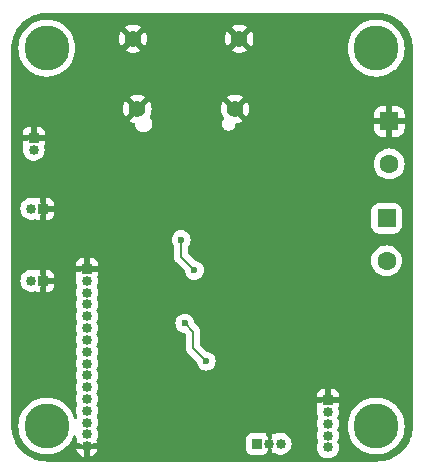
<source format=gbr>
%TF.GenerationSoftware,KiCad,Pcbnew,7.0.1*%
%TF.CreationDate,2024-01-29T14:24:06+02:00*%
%TF.ProjectId,Temp_meter_1.1,54656d70-5f6d-4657-9465-725f312e312e,rev?*%
%TF.SameCoordinates,Original*%
%TF.FileFunction,Copper,L2,Bot*%
%TF.FilePolarity,Positive*%
%FSLAX46Y46*%
G04 Gerber Fmt 4.6, Leading zero omitted, Abs format (unit mm)*
G04 Created by KiCad (PCBNEW 7.0.1) date 2024-01-29 14:24:06*
%MOMM*%
%LPD*%
G01*
G04 APERTURE LIST*
G04 Aperture macros list*
%AMRoundRect*
0 Rectangle with rounded corners*
0 $1 Rounding radius*
0 $2 $3 $4 $5 $6 $7 $8 $9 X,Y pos of 4 corners*
0 Add a 4 corners polygon primitive as box body*
4,1,4,$2,$3,$4,$5,$6,$7,$8,$9,$2,$3,0*
0 Add four circle primitives for the rounded corners*
1,1,$1+$1,$2,$3*
1,1,$1+$1,$4,$5*
1,1,$1+$1,$6,$7*
1,1,$1+$1,$8,$9*
0 Add four rect primitives between the rounded corners*
20,1,$1+$1,$2,$3,$4,$5,0*
20,1,$1+$1,$4,$5,$6,$7,0*
20,1,$1+$1,$6,$7,$8,$9,0*
20,1,$1+$1,$8,$9,$2,$3,0*%
G04 Aperture macros list end*
%TA.AperFunction,ComponentPad*%
%ADD10C,3.800000*%
%TD*%
%TA.AperFunction,ComponentPad*%
%ADD11R,0.850000X0.850000*%
%TD*%
%TA.AperFunction,ComponentPad*%
%ADD12O,0.850000X0.850000*%
%TD*%
%TA.AperFunction,ComponentPad*%
%ADD13RoundRect,0.250000X-0.550000X0.550000X-0.550000X-0.550000X0.550000X-0.550000X0.550000X0.550000X0*%
%TD*%
%TA.AperFunction,ComponentPad*%
%ADD14C,1.600000*%
%TD*%
%TA.AperFunction,ComponentPad*%
%ADD15C,1.400000*%
%TD*%
%TA.AperFunction,ViaPad*%
%ADD16C,0.800000*%
%TD*%
%TA.AperFunction,ViaPad*%
%ADD17C,0.600000*%
%TD*%
%TA.AperFunction,Conductor*%
%ADD18C,0.200000*%
%TD*%
G04 APERTURE END LIST*
D10*
%TO.P,H4,1*%
%TO.N,N/C*%
X117900000Y-76000000D03*
%TD*%
D11*
%TO.P,J2,1,Pin_1*%
%TO.N,GND*%
X113800000Y-73800000D03*
D12*
%TO.P,J2,2,Pin_2*%
%TO.N,+3.3V*%
X113800000Y-74800000D03*
%TO.P,J2,3,Pin_3*%
%TO.N,Switch*%
X113800000Y-75800000D03*
%TO.P,J2,4,Pin_4*%
%TO.N,Out_B*%
X113800000Y-76800000D03*
%TO.P,J2,5,Pin_5*%
%TO.N,Out_A*%
X113800000Y-77800000D03*
%TD*%
D11*
%TO.P,D1,1,K*%
%TO.N,GND*%
X89700000Y-57600000D03*
D12*
%TO.P,D1,2,A*%
%TO.N,Net-(D1-A)*%
X88700000Y-57600000D03*
%TD*%
D13*
%TO.P,J1,1,Pin_1*%
%TO.N,GND*%
X119000000Y-50200000D03*
D14*
%TO.P,J1,2,Pin_2*%
%TO.N,Net-(J1-Pin_2)*%
X119000000Y-53800000D03*
%TD*%
D13*
%TO.P,J3,1,Pin_1*%
%TO.N,RTD-*%
X118775000Y-58400000D03*
D14*
%TO.P,J3,2,Pin_2*%
%TO.N,RTD+*%
X118775000Y-62000000D03*
%TD*%
D11*
%TO.P,LCD1,1,Vss*%
%TO.N,GND*%
X93400000Y-62700000D03*
D12*
%TO.P,LCD1,2,Vdd*%
%TO.N,+5V*%
X93400000Y-63700000D03*
%TO.P,LCD1,3,V0*%
%TO.N,Net-(LCD1-V0)*%
X93400000Y-64700000D03*
%TO.P,LCD1,4,RS*%
%TO.N,RS*%
X93400000Y-65700000D03*
%TO.P,LCD1,5,R/W*%
%TO.N,R{slash}W*%
X93400000Y-66700000D03*
%TO.P,LCD1,6,E*%
%TO.N,E*%
X93400000Y-67700000D03*
%TO.P,LCD1,7,DB0*%
%TO.N,DB0*%
X93400000Y-68700000D03*
%TO.P,LCD1,8,DB1*%
%TO.N,DB1*%
X93400000Y-69700000D03*
%TO.P,LCD1,9,DB2*%
%TO.N,DB2*%
X93400000Y-70700000D03*
%TO.P,LCD1,10,DB3*%
%TO.N,DB3*%
X93400000Y-71700000D03*
%TO.P,LCD1,11,DB4*%
%TO.N,DB4*%
X93400000Y-72700000D03*
%TO.P,LCD1,12,DB5*%
%TO.N,DB5*%
X93400000Y-73700000D03*
%TO.P,LCD1,13,DB6*%
%TO.N,DB6*%
X93400000Y-74700000D03*
%TO.P,LCD1,14,DB7*%
%TO.N,DB7*%
X93400000Y-75700000D03*
%TO.P,LCD1,15,LED+*%
%TO.N,+5V*%
X93400000Y-76700000D03*
%TO.P,LCD1,16,LED-*%
%TO.N,GND*%
X93400000Y-77700000D03*
%TD*%
D15*
%TO.P,P1,S1,SHIELD*%
%TO.N,GND*%
X106300000Y-43200000D03*
X105940000Y-49150000D03*
X97680000Y-49150000D03*
X97320000Y-43200000D03*
%TD*%
D11*
%TO.P,SW1,1*%
%TO.N,GND*%
X88900000Y-51600000D03*
D12*
%TO.P,SW1,2*%
%TO.N,Net-(R8-Pad2)*%
X88900000Y-52600000D03*
%TD*%
D10*
%TO.P,H1,1*%
%TO.N,N/C*%
X117900000Y-44000000D03*
%TD*%
%TO.P,H2,1*%
%TO.N,N/C*%
X90000000Y-76000000D03*
%TD*%
D11*
%TO.P,J4,1,Pin_1*%
%TO.N,Net-(J4-Pin_1)*%
X107800000Y-77500000D03*
D12*
%TO.P,J4,2,Pin_2*%
%TO.N,GND*%
X108800000Y-77500000D03*
%TO.P,J4,3,Pin_3*%
%TO.N,Net-(J4-Pin_3)*%
X109800000Y-77500000D03*
%TD*%
D10*
%TO.P,H3,1*%
%TO.N,N/C*%
X90000000Y-44000000D03*
%TD*%
D11*
%TO.P,D2,1,K*%
%TO.N,GND*%
X89700000Y-63700000D03*
D12*
%TO.P,D2,2,A*%
%TO.N,Net-(D2-A)*%
X88700000Y-63700000D03*
%TD*%
D16*
%TO.N,GND*%
X99100000Y-48400000D03*
X102000000Y-58000000D03*
X103100000Y-72100000D03*
X97600000Y-72800000D03*
X110800000Y-51700000D03*
X108400000Y-62000000D03*
X104800000Y-72900000D03*
X103600000Y-74600000D03*
X113300000Y-66500000D03*
X99700000Y-70200000D03*
X101000000Y-58000000D03*
X100700000Y-66300000D03*
X95500000Y-51900000D03*
X109300000Y-47700000D03*
X89000000Y-71500000D03*
X105600000Y-58200000D03*
X111100000Y-64300000D03*
X100400079Y-56879976D03*
X102900000Y-64100000D03*
X92600000Y-47300000D03*
X113900000Y-70600000D03*
X110500000Y-61900000D03*
X114600000Y-55100000D03*
X93600000Y-58800000D03*
X96226500Y-61500000D03*
X108600000Y-51900000D03*
X102650000Y-76050000D03*
X106300000Y-51173500D03*
X97000000Y-50600000D03*
X115300000Y-56600000D03*
X108000000Y-67500000D03*
X111100000Y-66500000D03*
X114600000Y-52100000D03*
X112210000Y-65400000D03*
X112400000Y-70600000D03*
X101800000Y-65200000D03*
X98700000Y-71500000D03*
X100700000Y-64100000D03*
X102900000Y-66300000D03*
X104700000Y-48200000D03*
X109100000Y-67500000D03*
X96073500Y-67400000D03*
X114400000Y-62226500D03*
X109300000Y-68800000D03*
X106600000Y-58200000D03*
X113300000Y-64300000D03*
X109005046Y-55720202D03*
X104600000Y-58200000D03*
D17*
%TO.N,+1V1*%
X103500000Y-70500000D03*
X101377708Y-60222292D03*
X101700000Y-67300000D03*
X102500000Y-62804132D03*
%TD*%
D18*
%TO.N,+1V1*%
X102400000Y-69400000D02*
X102400000Y-68000000D01*
X102400000Y-68000000D02*
X101700000Y-67300000D01*
X101377708Y-61681840D02*
X102500000Y-62804132D01*
X103500000Y-70500000D02*
X102400000Y-69400000D01*
X101377708Y-60222292D02*
X101377708Y-61681840D01*
%TD*%
%TA.AperFunction,Conductor*%
%TO.N,GND*%
G36*
X118003243Y-41000669D02*
G01*
X118133379Y-41007490D01*
X118313908Y-41017628D01*
X118326309Y-41018955D01*
X118474990Y-41042504D01*
X118476245Y-41042709D01*
X118635324Y-41069738D01*
X118646606Y-41072202D01*
X118795635Y-41112134D01*
X118797761Y-41112725D01*
X118949174Y-41156347D01*
X118959260Y-41159729D01*
X119104710Y-41215562D01*
X119107599Y-41216714D01*
X119251768Y-41276430D01*
X119260594Y-41280500D01*
X119400064Y-41351565D01*
X119403748Y-41353521D01*
X119493848Y-41403316D01*
X119539548Y-41428574D01*
X119547061Y-41433081D01*
X119678754Y-41518604D01*
X119682947Y-41521452D01*
X119809147Y-41610996D01*
X119815426Y-41615757D01*
X119934862Y-41712475D01*
X119937567Y-41714665D01*
X119942158Y-41718571D01*
X120057424Y-41821579D01*
X120062478Y-41826358D01*
X120173640Y-41937520D01*
X120178419Y-41942574D01*
X120281427Y-42057840D01*
X120285333Y-42062431D01*
X120384239Y-42184570D01*
X120389002Y-42190851D01*
X120478546Y-42317051D01*
X120481409Y-42321266D01*
X120566907Y-42452921D01*
X120571430Y-42460460D01*
X120646477Y-42596250D01*
X120648433Y-42599934D01*
X120719498Y-42739404D01*
X120723575Y-42748247D01*
X120783259Y-42892337D01*
X120784462Y-42895353D01*
X120840265Y-43040727D01*
X120843655Y-43050836D01*
X120887258Y-43202185D01*
X120887879Y-43204419D01*
X120927791Y-43353370D01*
X120930264Y-43364694D01*
X120957282Y-43523715D01*
X120957507Y-43525087D01*
X120981040Y-43673666D01*
X120982372Y-43686111D01*
X120992498Y-43866421D01*
X120992523Y-43866884D01*
X120999330Y-43996757D01*
X120999500Y-44003247D01*
X120999500Y-75996753D01*
X120999330Y-76003243D01*
X120992523Y-76133114D01*
X120992498Y-76133577D01*
X120982372Y-76313887D01*
X120981040Y-76326332D01*
X120957507Y-76474911D01*
X120957282Y-76476283D01*
X120930264Y-76635304D01*
X120927791Y-76646628D01*
X120887879Y-76795579D01*
X120887258Y-76797813D01*
X120843655Y-76949162D01*
X120840265Y-76959271D01*
X120784462Y-77104645D01*
X120783259Y-77107661D01*
X120723575Y-77251751D01*
X120719498Y-77260594D01*
X120648433Y-77400064D01*
X120646477Y-77403748D01*
X120571430Y-77539538D01*
X120566897Y-77547094D01*
X120481412Y-77678728D01*
X120478546Y-77682947D01*
X120389002Y-77809147D01*
X120384239Y-77815428D01*
X120285333Y-77937567D01*
X120281427Y-77942158D01*
X120178419Y-78057424D01*
X120173640Y-78062478D01*
X120062478Y-78173640D01*
X120057424Y-78178419D01*
X119942158Y-78281427D01*
X119937567Y-78285333D01*
X119815428Y-78384239D01*
X119809147Y-78389002D01*
X119682947Y-78478546D01*
X119678728Y-78481412D01*
X119547094Y-78566897D01*
X119539538Y-78571430D01*
X119403748Y-78646477D01*
X119400064Y-78648433D01*
X119260594Y-78719498D01*
X119251751Y-78723575D01*
X119107661Y-78783259D01*
X119104645Y-78784462D01*
X118959271Y-78840265D01*
X118949162Y-78843655D01*
X118797813Y-78887258D01*
X118795579Y-78887879D01*
X118646628Y-78927791D01*
X118635304Y-78930264D01*
X118476283Y-78957282D01*
X118474911Y-78957507D01*
X118326332Y-78981040D01*
X118313887Y-78982372D01*
X118133577Y-78992498D01*
X118133114Y-78992523D01*
X118003243Y-78999330D01*
X117996753Y-78999500D01*
X90003247Y-78999500D01*
X89996757Y-78999330D01*
X89866884Y-78992523D01*
X89866421Y-78992498D01*
X89686111Y-78982372D01*
X89673666Y-78981040D01*
X89525087Y-78957507D01*
X89523715Y-78957282D01*
X89364694Y-78930264D01*
X89353370Y-78927791D01*
X89204419Y-78887879D01*
X89202185Y-78887258D01*
X89050836Y-78843655D01*
X89040727Y-78840265D01*
X88895353Y-78784462D01*
X88892337Y-78783259D01*
X88748247Y-78723575D01*
X88739404Y-78719498D01*
X88599934Y-78648433D01*
X88596250Y-78646477D01*
X88460460Y-78571430D01*
X88452921Y-78566907D01*
X88321266Y-78481409D01*
X88317051Y-78478546D01*
X88190851Y-78389002D01*
X88184570Y-78384239D01*
X88062431Y-78285333D01*
X88057840Y-78281427D01*
X87942574Y-78178419D01*
X87937520Y-78173640D01*
X87826358Y-78062478D01*
X87821579Y-78057424D01*
X87718571Y-77942158D01*
X87714665Y-77937567D01*
X87615759Y-77815428D01*
X87610996Y-77809147D01*
X87521452Y-77682947D01*
X87518604Y-77678754D01*
X87433081Y-77547061D01*
X87428568Y-77539538D01*
X87353521Y-77403748D01*
X87351565Y-77400064D01*
X87280500Y-77260594D01*
X87276430Y-77251768D01*
X87216714Y-77107599D01*
X87215562Y-77104710D01*
X87159729Y-76959260D01*
X87156347Y-76949174D01*
X87112725Y-76797761D01*
X87112134Y-76795635D01*
X87072202Y-76646606D01*
X87069738Y-76635324D01*
X87042709Y-76476245D01*
X87042491Y-76474911D01*
X87018955Y-76326309D01*
X87017628Y-76313908D01*
X87007485Y-76133285D01*
X87007476Y-76133114D01*
X87000669Y-76003243D01*
X87000584Y-75999999D01*
X87594753Y-75999999D01*
X87613719Y-76301452D01*
X87670319Y-76598163D01*
X87763658Y-76885428D01*
X87892268Y-77158739D01*
X87986052Y-77306518D01*
X88054115Y-77413768D01*
X88206450Y-77597909D01*
X88246650Y-77646503D01*
X88466839Y-77853276D01*
X88711204Y-78030816D01*
X88810110Y-78085190D01*
X88975896Y-78176332D01*
X89109080Y-78229063D01*
X89256737Y-78287525D01*
X89328386Y-78305921D01*
X89549302Y-78362642D01*
X89775302Y-78391193D01*
X89848972Y-78400500D01*
X89848973Y-78400500D01*
X90151027Y-78400500D01*
X90151028Y-78400500D01*
X90214154Y-78392525D01*
X90450698Y-78362642D01*
X90743262Y-78287525D01*
X91024104Y-78176332D01*
X91288795Y-78030816D01*
X91368553Y-77972869D01*
X91400030Y-77950000D01*
X92508628Y-77950000D01*
X92550315Y-78078304D01*
X92647536Y-78246696D01*
X92777643Y-78391193D01*
X92934952Y-78505486D01*
X93112586Y-78584572D01*
X93150000Y-78592525D01*
X93150000Y-77950000D01*
X93650000Y-77950000D01*
X93650000Y-78592525D01*
X93687413Y-78584572D01*
X93865047Y-78505486D01*
X94022356Y-78391193D01*
X94152463Y-78246696D01*
X94249684Y-78078304D01*
X94283942Y-77972869D01*
X106874500Y-77972869D01*
X106880909Y-78032484D01*
X106890211Y-78057424D01*
X106931204Y-78167331D01*
X107017454Y-78282546D01*
X107132669Y-78368796D01*
X107267517Y-78419091D01*
X107327127Y-78425500D01*
X108272872Y-78425499D01*
X108332483Y-78419091D01*
X108425198Y-78384510D01*
X108472371Y-78376752D01*
X108499598Y-78382982D01*
X108499837Y-78381863D01*
X108550000Y-78392525D01*
X108550000Y-78367294D01*
X108556346Y-78328135D01*
X108574733Y-78292983D01*
X108622583Y-78229063D01*
X108668796Y-78167331D01*
X108719091Y-78032483D01*
X108725500Y-77972873D01*
X108725499Y-77952687D01*
X108742110Y-77890689D01*
X108787497Y-77845300D01*
X108849497Y-77828686D01*
X108911498Y-77845298D01*
X108956886Y-77890686D01*
X109033387Y-78023190D01*
X109050000Y-78085190D01*
X109050000Y-78392525D01*
X109087413Y-78384572D01*
X109248950Y-78312652D01*
X109299385Y-78301932D01*
X109349817Y-78312652D01*
X109493789Y-78376752D01*
X109512429Y-78385051D01*
X109702724Y-78425500D01*
X109702726Y-78425500D01*
X109897274Y-78425500D01*
X109897276Y-78425500D01*
X110087568Y-78385052D01*
X110087569Y-78385051D01*
X110087571Y-78385051D01*
X110265299Y-78305922D01*
X110422692Y-78191569D01*
X110552870Y-78046992D01*
X110650144Y-77878508D01*
X110675653Y-77800000D01*
X112869402Y-77800000D01*
X112889738Y-77993482D01*
X112889739Y-77993485D01*
X112949855Y-78178507D01*
X113047129Y-78346992D01*
X113177308Y-78491570D01*
X113334699Y-78605921D01*
X113512431Y-78685052D01*
X113702724Y-78725500D01*
X113702726Y-78725500D01*
X113897274Y-78725500D01*
X113897276Y-78725500D01*
X114087568Y-78685052D01*
X114087569Y-78685051D01*
X114087571Y-78685051D01*
X114265299Y-78605922D01*
X114343995Y-78548745D01*
X114422691Y-78491570D01*
X114487953Y-78419090D01*
X114552870Y-78346992D01*
X114650144Y-78178508D01*
X114710262Y-77993482D01*
X114730598Y-77800000D01*
X114710262Y-77606518D01*
X114650144Y-77421492D01*
X114615795Y-77361999D01*
X114599183Y-77300000D01*
X114615795Y-77238000D01*
X114650144Y-77178508D01*
X114710262Y-76993482D01*
X114730598Y-76800000D01*
X114710262Y-76606518D01*
X114650144Y-76421492D01*
X114650143Y-76421491D01*
X114615796Y-76361999D01*
X114599183Y-76299998D01*
X114615797Y-76237998D01*
X114650144Y-76178508D01*
X114664743Y-76133577D01*
X114708145Y-75999999D01*
X115494753Y-75999999D01*
X115513719Y-76301452D01*
X115570319Y-76598163D01*
X115663658Y-76885428D01*
X115792268Y-77158739D01*
X115886052Y-77306518D01*
X115954115Y-77413768D01*
X116106450Y-77597909D01*
X116146650Y-77646503D01*
X116366839Y-77853276D01*
X116611204Y-78030816D01*
X116710110Y-78085190D01*
X116875896Y-78176332D01*
X117009080Y-78229063D01*
X117156737Y-78287525D01*
X117228386Y-78305921D01*
X117449302Y-78362642D01*
X117675302Y-78391193D01*
X117748972Y-78400500D01*
X117748973Y-78400500D01*
X118051027Y-78400500D01*
X118051028Y-78400500D01*
X118114154Y-78392525D01*
X118350698Y-78362642D01*
X118643262Y-78287525D01*
X118924104Y-78176332D01*
X119188795Y-78030816D01*
X119268553Y-77972869D01*
X119433160Y-77853276D01*
X119489893Y-77800000D01*
X119653349Y-77646504D01*
X119845885Y-77413768D01*
X120007733Y-77158736D01*
X120136341Y-76885430D01*
X120229681Y-76598160D01*
X120286280Y-76301457D01*
X120305246Y-76000000D01*
X120286280Y-75698543D01*
X120229681Y-75401840D01*
X120136341Y-75114570D01*
X120007733Y-74841264D01*
X120007732Y-74841263D01*
X120007731Y-74841260D01*
X119918084Y-74700000D01*
X119845885Y-74586232D01*
X119653349Y-74353496D01*
X119630860Y-74332377D01*
X119433160Y-74146723D01*
X119188795Y-73969183D01*
X118924102Y-73823667D01*
X118643262Y-73712474D01*
X118350700Y-73637358D01*
X118051028Y-73599500D01*
X118051027Y-73599500D01*
X117748973Y-73599500D01*
X117748972Y-73599500D01*
X117449299Y-73637358D01*
X117156737Y-73712474D01*
X116875897Y-73823667D01*
X116611204Y-73969183D01*
X116366839Y-74146723D01*
X116146650Y-74353496D01*
X115954114Y-74586233D01*
X115792268Y-74841260D01*
X115663658Y-75114571D01*
X115570319Y-75401836D01*
X115513719Y-75698547D01*
X115494753Y-75999999D01*
X114708145Y-75999999D01*
X114710262Y-75993482D01*
X114730598Y-75800000D01*
X114710262Y-75606518D01*
X114650144Y-75421492D01*
X114615796Y-75361999D01*
X114599183Y-75299998D01*
X114615797Y-75237998D01*
X114650144Y-75178508D01*
X114670918Y-75114571D01*
X114710262Y-74993482D01*
X114730598Y-74800000D01*
X114710262Y-74606518D01*
X114679902Y-74513081D01*
X114673862Y-74472108D01*
X114681652Y-74431430D01*
X114718597Y-74332375D01*
X114725000Y-74272824D01*
X114725000Y-74050000D01*
X114382559Y-74050000D01*
X114344241Y-74043931D01*
X114309674Y-74026318D01*
X114265300Y-73994078D01*
X114087568Y-73914947D01*
X113897276Y-73874500D01*
X113897274Y-73874500D01*
X113702726Y-73874500D01*
X113702724Y-73874500D01*
X113512431Y-73914947D01*
X113334699Y-73994078D01*
X113290326Y-74026318D01*
X113255759Y-74043931D01*
X113217441Y-74050000D01*
X112875000Y-74050000D01*
X112875000Y-74272824D01*
X112881402Y-74332377D01*
X112918347Y-74431431D01*
X112926137Y-74472108D01*
X112920097Y-74513081D01*
X112889738Y-74606518D01*
X112879913Y-74700000D01*
X112869402Y-74800000D01*
X112889738Y-74993482D01*
X112889739Y-74993485D01*
X112949855Y-75178507D01*
X112984203Y-75237999D01*
X113000816Y-75299998D01*
X112984204Y-75361998D01*
X112949854Y-75421493D01*
X112889739Y-75606514D01*
X112889738Y-75606518D01*
X112869402Y-75800000D01*
X112889738Y-75993482D01*
X112889739Y-75993485D01*
X112949855Y-76178507D01*
X112984203Y-76238000D01*
X113000816Y-76300000D01*
X112984203Y-76362000D01*
X112949855Y-76421492D01*
X112889739Y-76606514D01*
X112889738Y-76606518D01*
X112869402Y-76800000D01*
X112889738Y-76993482D01*
X112889739Y-76993485D01*
X112949855Y-77178507D01*
X112984203Y-77238000D01*
X113000816Y-77300000D01*
X112984203Y-77362000D01*
X112949855Y-77421492D01*
X112889739Y-77606514D01*
X112889738Y-77606518D01*
X112869402Y-77800000D01*
X110675653Y-77800000D01*
X110710262Y-77693482D01*
X110730598Y-77500000D01*
X110710262Y-77306518D01*
X110650144Y-77121492D01*
X110625327Y-77078507D01*
X110552870Y-76953007D01*
X110422691Y-76808429D01*
X110265300Y-76694078D01*
X110087568Y-76614947D01*
X109897276Y-76574500D01*
X109897274Y-76574500D01*
X109702726Y-76574500D01*
X109702724Y-76574500D01*
X109512431Y-76614947D01*
X109349820Y-76687346D01*
X109299385Y-76698066D01*
X109248951Y-76687346D01*
X109087415Y-76615427D01*
X109050000Y-76607474D01*
X109050000Y-76914810D01*
X109033387Y-76976810D01*
X108956886Y-77109314D01*
X108911499Y-77154701D01*
X108849499Y-77171314D01*
X108787499Y-77154701D01*
X108742112Y-77109314D01*
X108725499Y-77047314D01*
X108725499Y-77027130D01*
X108721882Y-76993482D01*
X108719091Y-76967517D01*
X108668796Y-76832669D01*
X108582546Y-76717454D01*
X108574733Y-76707017D01*
X108556346Y-76671865D01*
X108550000Y-76632706D01*
X108550000Y-76607473D01*
X108499837Y-76618136D01*
X108499599Y-76617017D01*
X108472358Y-76623247D01*
X108425196Y-76615488D01*
X108332485Y-76580909D01*
X108312612Y-76578772D01*
X108272873Y-76574500D01*
X108272869Y-76574500D01*
X107327130Y-76574500D01*
X107267515Y-76580909D01*
X107132669Y-76631204D01*
X107017454Y-76717454D01*
X106931204Y-76832668D01*
X106880909Y-76967516D01*
X106874500Y-77027130D01*
X106874500Y-77972869D01*
X94283942Y-77972869D01*
X94291372Y-77950000D01*
X93650000Y-77950000D01*
X93150000Y-77950000D01*
X92508628Y-77950000D01*
X91400030Y-77950000D01*
X91533160Y-77853276D01*
X91589893Y-77800000D01*
X91753349Y-77646504D01*
X91945885Y-77413768D01*
X92107733Y-77158736D01*
X92236341Y-76885430D01*
X92246892Y-76852956D01*
X92283798Y-76797407D01*
X92344143Y-76769011D01*
X92410469Y-76775981D01*
X92463592Y-76816303D01*
X92488143Y-76878309D01*
X92489738Y-76893482D01*
X92489739Y-76893485D01*
X92549855Y-77078507D01*
X92584492Y-77138500D01*
X92601105Y-77200500D01*
X92584492Y-77262500D01*
X92550315Y-77321695D01*
X92508627Y-77449999D01*
X92508628Y-77450000D01*
X92817441Y-77450000D01*
X92855759Y-77456069D01*
X92890326Y-77473682D01*
X92934699Y-77505921D01*
X93112431Y-77585052D01*
X93302724Y-77625500D01*
X93302726Y-77625500D01*
X93497274Y-77625500D01*
X93497276Y-77625500D01*
X93687568Y-77585052D01*
X93687569Y-77585051D01*
X93687571Y-77585051D01*
X93865299Y-77505922D01*
X93883133Y-77492964D01*
X93909674Y-77473682D01*
X93944241Y-77456069D01*
X93982559Y-77450000D01*
X94291372Y-77450000D01*
X94291372Y-77449999D01*
X94249685Y-77321698D01*
X94215507Y-77262501D01*
X94198894Y-77200500D01*
X94215508Y-77138499D01*
X94233313Y-77107661D01*
X94250144Y-77078508D01*
X94310262Y-76893482D01*
X94330598Y-76700000D01*
X94310262Y-76506518D01*
X94250144Y-76321492D01*
X94215795Y-76261999D01*
X94199183Y-76200000D01*
X94215795Y-76138000D01*
X94250144Y-76078508D01*
X94310262Y-75893482D01*
X94330598Y-75700000D01*
X94310262Y-75506518D01*
X94250144Y-75321492D01*
X94215795Y-75261998D01*
X94199183Y-75200000D01*
X94215795Y-75138000D01*
X94250144Y-75078508D01*
X94310262Y-74893482D01*
X94330598Y-74700000D01*
X94310262Y-74506518D01*
X94250144Y-74321492D01*
X94222046Y-74272824D01*
X94215796Y-74261999D01*
X94199183Y-74199998D01*
X94215797Y-74137998D01*
X94250144Y-74078508D01*
X94259407Y-74050000D01*
X94310262Y-73893482D01*
X94330598Y-73700000D01*
X94314832Y-73550000D01*
X112875000Y-73550000D01*
X113550000Y-73550000D01*
X113550000Y-72875000D01*
X114050000Y-72875000D01*
X114050000Y-73550000D01*
X114725000Y-73550000D01*
X114725000Y-73327176D01*
X114718597Y-73267624D01*
X114668352Y-73132910D01*
X114582188Y-73017811D01*
X114467089Y-72931647D01*
X114332375Y-72881402D01*
X114272824Y-72875000D01*
X114050000Y-72875000D01*
X113550000Y-72875000D01*
X113327176Y-72875000D01*
X113267624Y-72881402D01*
X113132910Y-72931647D01*
X113017811Y-73017811D01*
X112931647Y-73132910D01*
X112881402Y-73267624D01*
X112875000Y-73327176D01*
X112875000Y-73550000D01*
X94314832Y-73550000D01*
X94310262Y-73506518D01*
X94250144Y-73321492D01*
X94215795Y-73261999D01*
X94199183Y-73200000D01*
X94215795Y-73138000D01*
X94250144Y-73078508D01*
X94310262Y-72893482D01*
X94330598Y-72700000D01*
X94310262Y-72506518D01*
X94250144Y-72321492D01*
X94215796Y-72261999D01*
X94199183Y-72199998D01*
X94215797Y-72137998D01*
X94250144Y-72078508D01*
X94250144Y-72078507D01*
X94310262Y-71893482D01*
X94330598Y-71700000D01*
X94310262Y-71506518D01*
X94250144Y-71321492D01*
X94215795Y-71261999D01*
X94199183Y-71200000D01*
X94215795Y-71138000D01*
X94250144Y-71078508D01*
X94310262Y-70893482D01*
X94330598Y-70700000D01*
X94310262Y-70506518D01*
X94250144Y-70321492D01*
X94215796Y-70261999D01*
X94199183Y-70199998D01*
X94215797Y-70137998D01*
X94250144Y-70078508D01*
X94250144Y-70078507D01*
X94310262Y-69893482D01*
X94330598Y-69700000D01*
X94310262Y-69506518D01*
X94250144Y-69321492D01*
X94215795Y-69261999D01*
X94199183Y-69200000D01*
X94215795Y-69138000D01*
X94250144Y-69078508D01*
X94310262Y-68893482D01*
X94330598Y-68700000D01*
X94310262Y-68506518D01*
X94250144Y-68321492D01*
X94215795Y-68261999D01*
X94199183Y-68200000D01*
X94215795Y-68138000D01*
X94250144Y-68078508D01*
X94310262Y-67893482D01*
X94330598Y-67700000D01*
X94310262Y-67506518D01*
X94250144Y-67321492D01*
X94250143Y-67321491D01*
X94237735Y-67299999D01*
X100894434Y-67299999D01*
X100914631Y-67479251D01*
X100914631Y-67479253D01*
X100914632Y-67479255D01*
X100974211Y-67649522D01*
X101030979Y-67739867D01*
X101070185Y-67802264D01*
X101197735Y-67929814D01*
X101197737Y-67929815D01*
X101197738Y-67929816D01*
X101350478Y-68025789D01*
X101520745Y-68085368D01*
X101595713Y-68093814D01*
X101607665Y-68095161D01*
X101647583Y-68106661D01*
X101681463Y-68130700D01*
X101763181Y-68212418D01*
X101790061Y-68252646D01*
X101799500Y-68300099D01*
X101799500Y-69352513D01*
X101798439Y-69368699D01*
X101794317Y-69400000D01*
X101799500Y-69439360D01*
X101799500Y-69439361D01*
X101814956Y-69556762D01*
X101875463Y-69702840D01*
X101971716Y-69828281D01*
X101996768Y-69847503D01*
X102008964Y-69858199D01*
X102669298Y-70518533D01*
X102693337Y-70552412D01*
X102704837Y-70592330D01*
X102714631Y-70679250D01*
X102714631Y-70679251D01*
X102714632Y-70679255D01*
X102774211Y-70849522D01*
X102774212Y-70849523D01*
X102870185Y-71002264D01*
X102997735Y-71129814D01*
X102997737Y-71129815D01*
X102997738Y-71129816D01*
X103150478Y-71225789D01*
X103320745Y-71285368D01*
X103500000Y-71305565D01*
X103679255Y-71285368D01*
X103849522Y-71225789D01*
X104002262Y-71129816D01*
X104129816Y-71002262D01*
X104225789Y-70849522D01*
X104285368Y-70679255D01*
X104305565Y-70500000D01*
X104285368Y-70320745D01*
X104225789Y-70150478D01*
X104129816Y-69997738D01*
X104129815Y-69997737D01*
X104129814Y-69997735D01*
X104002264Y-69870185D01*
X103935574Y-69828281D01*
X103849522Y-69774211D01*
X103679255Y-69714632D01*
X103679251Y-69714631D01*
X103679250Y-69714631D01*
X103592330Y-69704837D01*
X103552412Y-69693337D01*
X103518533Y-69669298D01*
X103036819Y-69187584D01*
X103009939Y-69147356D01*
X103000500Y-69099903D01*
X103000500Y-68047487D01*
X103001561Y-68031301D01*
X103005682Y-67999999D01*
X102991659Y-67893485D01*
X102985044Y-67843238D01*
X102924536Y-67697159D01*
X102852450Y-67603214D01*
X102852448Y-67603212D01*
X102828282Y-67571718D01*
X102803233Y-67552497D01*
X102791038Y-67541802D01*
X102530700Y-67281465D01*
X102506661Y-67247585D01*
X102495161Y-67207666D01*
X102487312Y-67138000D01*
X102485368Y-67120745D01*
X102425789Y-66950478D01*
X102329816Y-66797738D01*
X102329815Y-66797737D01*
X102329814Y-66797735D01*
X102202264Y-66670185D01*
X102139867Y-66630979D01*
X102049522Y-66574211D01*
X101879255Y-66514632D01*
X101879253Y-66514631D01*
X101879251Y-66514631D01*
X101700000Y-66494434D01*
X101520748Y-66514631D01*
X101520745Y-66514631D01*
X101520745Y-66514632D01*
X101350478Y-66574211D01*
X101350476Y-66574211D01*
X101350476Y-66574212D01*
X101197735Y-66670185D01*
X101070185Y-66797735D01*
X100974212Y-66950476D01*
X100914631Y-67120748D01*
X100894434Y-67299999D01*
X94237735Y-67299999D01*
X94215796Y-67261999D01*
X94199183Y-67199998D01*
X94215797Y-67137998D01*
X94225757Y-67120748D01*
X94250144Y-67078508D01*
X94310262Y-66893482D01*
X94330598Y-66700000D01*
X94310262Y-66506518D01*
X94250144Y-66321492D01*
X94215796Y-66261999D01*
X94199183Y-66199998D01*
X94215797Y-66137998D01*
X94250144Y-66078508D01*
X94250144Y-66078507D01*
X94310262Y-65893482D01*
X94330598Y-65700000D01*
X94310262Y-65506518D01*
X94250144Y-65321492D01*
X94215796Y-65261999D01*
X94199183Y-65199998D01*
X94215797Y-65137998D01*
X94250144Y-65078508D01*
X94250144Y-65078507D01*
X94310262Y-64893482D01*
X94330598Y-64700000D01*
X94310262Y-64506518D01*
X94250144Y-64321492D01*
X94215796Y-64261999D01*
X94199183Y-64199998D01*
X94215797Y-64137998D01*
X94250144Y-64078508D01*
X94291898Y-63950000D01*
X94310262Y-63893482D01*
X94330598Y-63700000D01*
X94310262Y-63506518D01*
X94279902Y-63413081D01*
X94273862Y-63372108D01*
X94281652Y-63331430D01*
X94318597Y-63232375D01*
X94325000Y-63172824D01*
X94325000Y-62950000D01*
X93982559Y-62950000D01*
X93944241Y-62943931D01*
X93909674Y-62926318D01*
X93865300Y-62894078D01*
X93687568Y-62814947D01*
X93497276Y-62774500D01*
X93497274Y-62774500D01*
X93302726Y-62774500D01*
X93302724Y-62774500D01*
X93112431Y-62814947D01*
X92934699Y-62894078D01*
X92890326Y-62926318D01*
X92855759Y-62943931D01*
X92817441Y-62950000D01*
X92475000Y-62950000D01*
X92475000Y-63172824D01*
X92481402Y-63232377D01*
X92518347Y-63331431D01*
X92526137Y-63372108D01*
X92520097Y-63413081D01*
X92489739Y-63506514D01*
X92489738Y-63506518D01*
X92469402Y-63700000D01*
X92489738Y-63893482D01*
X92489739Y-63893485D01*
X92549855Y-64078507D01*
X92584203Y-64137999D01*
X92600816Y-64199998D01*
X92584204Y-64261998D01*
X92549854Y-64321493D01*
X92489739Y-64506514D01*
X92489738Y-64506518D01*
X92469402Y-64700000D01*
X92489738Y-64893482D01*
X92489739Y-64893485D01*
X92549855Y-65078507D01*
X92584203Y-65137999D01*
X92600816Y-65199998D01*
X92584204Y-65261998D01*
X92549854Y-65321493D01*
X92489739Y-65506514D01*
X92489738Y-65506518D01*
X92469402Y-65700000D01*
X92489738Y-65893482D01*
X92489739Y-65893485D01*
X92549855Y-66078507D01*
X92584203Y-66138000D01*
X92600816Y-66200000D01*
X92584203Y-66262000D01*
X92549855Y-66321492D01*
X92493664Y-66494434D01*
X92489738Y-66506518D01*
X92469402Y-66700000D01*
X92489738Y-66893482D01*
X92489739Y-66893485D01*
X92549855Y-67078507D01*
X92584203Y-67138000D01*
X92600816Y-67200000D01*
X92584203Y-67262000D01*
X92549855Y-67321492D01*
X92498597Y-67479251D01*
X92489738Y-67506518D01*
X92469402Y-67700000D01*
X92489738Y-67893482D01*
X92489739Y-67893485D01*
X92549855Y-68078507D01*
X92584203Y-68138000D01*
X92600816Y-68200000D01*
X92584203Y-68262000D01*
X92549855Y-68321492D01*
X92489739Y-68506514D01*
X92489738Y-68506518D01*
X92469402Y-68700000D01*
X92489738Y-68893482D01*
X92489739Y-68893485D01*
X92549855Y-69078507D01*
X92584203Y-69138000D01*
X92600816Y-69200000D01*
X92584203Y-69262000D01*
X92549855Y-69321492D01*
X92511558Y-69439361D01*
X92489738Y-69506518D01*
X92469402Y-69700000D01*
X92489738Y-69893482D01*
X92489739Y-69893485D01*
X92549855Y-70078507D01*
X92584203Y-70137999D01*
X92600816Y-70199998D01*
X92584204Y-70261998D01*
X92549854Y-70321493D01*
X92489739Y-70506514D01*
X92489738Y-70506518D01*
X92469402Y-70700000D01*
X92489738Y-70893482D01*
X92489739Y-70893485D01*
X92549855Y-71078507D01*
X92584203Y-71138000D01*
X92600816Y-71200000D01*
X92584203Y-71262000D01*
X92549855Y-71321492D01*
X92489739Y-71506514D01*
X92489738Y-71506518D01*
X92469402Y-71700000D01*
X92489738Y-71893482D01*
X92489739Y-71893485D01*
X92549855Y-72078507D01*
X92584203Y-72137999D01*
X92600816Y-72199998D01*
X92584204Y-72261998D01*
X92549854Y-72321493D01*
X92489739Y-72506514D01*
X92489738Y-72506518D01*
X92469402Y-72700000D01*
X92489738Y-72893482D01*
X92489739Y-72893485D01*
X92549855Y-73078507D01*
X92584203Y-73138000D01*
X92600816Y-73200000D01*
X92584203Y-73262000D01*
X92549855Y-73321492D01*
X92489739Y-73506514D01*
X92489738Y-73506518D01*
X92469402Y-73700000D01*
X92489738Y-73893482D01*
X92489739Y-73893485D01*
X92549855Y-74078507D01*
X92584203Y-74138000D01*
X92600816Y-74200000D01*
X92584203Y-74262000D01*
X92549855Y-74321492D01*
X92500918Y-74472108D01*
X92489738Y-74506518D01*
X92469402Y-74700000D01*
X92489738Y-74893482D01*
X92489739Y-74893485D01*
X92549855Y-75078507D01*
X92584203Y-75137999D01*
X92600816Y-75199998D01*
X92584204Y-75261998D01*
X92549855Y-75321491D01*
X92544646Y-75337526D01*
X92511598Y-75389599D01*
X92457552Y-75419311D01*
X92395877Y-75419311D01*
X92341831Y-75389599D01*
X92308784Y-75337525D01*
X92257115Y-75178507D01*
X92236341Y-75114570D01*
X92107733Y-74841264D01*
X92107732Y-74841263D01*
X92107731Y-74841260D01*
X92018084Y-74700000D01*
X91945885Y-74586232D01*
X91753349Y-74353496D01*
X91730860Y-74332377D01*
X91533160Y-74146723D01*
X91288795Y-73969183D01*
X91024102Y-73823667D01*
X90743262Y-73712474D01*
X90450700Y-73637358D01*
X90151028Y-73599500D01*
X90151027Y-73599500D01*
X89848973Y-73599500D01*
X89848972Y-73599500D01*
X89549299Y-73637358D01*
X89256737Y-73712474D01*
X88975897Y-73823667D01*
X88711204Y-73969183D01*
X88466839Y-74146723D01*
X88246650Y-74353496D01*
X88054114Y-74586233D01*
X87892268Y-74841260D01*
X87763658Y-75114571D01*
X87670319Y-75401836D01*
X87613719Y-75698547D01*
X87594753Y-75999999D01*
X87000584Y-75999999D01*
X87000500Y-75996755D01*
X87000500Y-63700000D01*
X87769402Y-63700000D01*
X87789738Y-63893482D01*
X87789739Y-63893485D01*
X87849855Y-64078507D01*
X87947129Y-64246992D01*
X88077308Y-64391570D01*
X88234699Y-64505921D01*
X88412431Y-64585052D01*
X88602724Y-64625500D01*
X88602726Y-64625500D01*
X88797274Y-64625500D01*
X88797275Y-64625500D01*
X89000320Y-64582341D01*
X89000507Y-64583220D01*
X89028947Y-64576712D01*
X89076124Y-64584470D01*
X89167624Y-64618597D01*
X89227176Y-64625000D01*
X89450000Y-64625000D01*
X89450000Y-64285190D01*
X89466613Y-64223190D01*
X89518544Y-64133239D01*
X89550144Y-64078508D01*
X89591898Y-63950000D01*
X89950000Y-63950000D01*
X89950000Y-64625000D01*
X90172824Y-64625000D01*
X90232375Y-64618597D01*
X90367089Y-64568352D01*
X90482188Y-64482188D01*
X90568352Y-64367089D01*
X90618597Y-64232375D01*
X90625000Y-64172824D01*
X90625000Y-63950000D01*
X89950000Y-63950000D01*
X89591898Y-63950000D01*
X89610262Y-63893482D01*
X89630598Y-63700000D01*
X89610262Y-63506518D01*
X89550144Y-63321492D01*
X89498694Y-63232377D01*
X89466613Y-63176810D01*
X89450000Y-63114810D01*
X89450000Y-62775000D01*
X89950000Y-62775000D01*
X89950000Y-63450000D01*
X90625000Y-63450000D01*
X90625000Y-63227176D01*
X90618597Y-63167624D01*
X90568352Y-63032910D01*
X90482188Y-62917811D01*
X90367089Y-62831647D01*
X90232375Y-62781402D01*
X90172824Y-62775000D01*
X89950000Y-62775000D01*
X89450000Y-62775000D01*
X89227176Y-62775000D01*
X89167622Y-62781402D01*
X89076124Y-62815529D01*
X89028955Y-62823288D01*
X89000505Y-62816779D01*
X89000319Y-62817658D01*
X88797276Y-62774500D01*
X88797274Y-62774500D01*
X88602726Y-62774500D01*
X88602724Y-62774500D01*
X88412431Y-62814947D01*
X88234699Y-62894078D01*
X88077308Y-63008429D01*
X87947129Y-63153007D01*
X87849855Y-63321492D01*
X87789739Y-63506514D01*
X87789738Y-63506518D01*
X87769402Y-63700000D01*
X87000500Y-63700000D01*
X87000500Y-62450000D01*
X92475000Y-62450000D01*
X93150000Y-62450000D01*
X93150000Y-61775000D01*
X93650000Y-61775000D01*
X93650000Y-62450000D01*
X94325000Y-62450000D01*
X94325000Y-62227176D01*
X94318597Y-62167624D01*
X94268352Y-62032910D01*
X94182188Y-61917811D01*
X94067089Y-61831647D01*
X93932375Y-61781402D01*
X93872824Y-61775000D01*
X93650000Y-61775000D01*
X93150000Y-61775000D01*
X92927176Y-61775000D01*
X92867624Y-61781402D01*
X92732910Y-61831647D01*
X92617811Y-61917811D01*
X92531647Y-62032910D01*
X92481402Y-62167624D01*
X92475000Y-62227176D01*
X92475000Y-62450000D01*
X87000500Y-62450000D01*
X87000500Y-60222292D01*
X100572142Y-60222292D01*
X100592339Y-60401543D01*
X100592339Y-60401545D01*
X100592340Y-60401547D01*
X100651919Y-60571814D01*
X100651920Y-60571815D01*
X100755325Y-60736384D01*
X100754020Y-60737203D01*
X100767769Y-60757780D01*
X100777208Y-60805233D01*
X100777208Y-61634353D01*
X100776147Y-61650539D01*
X100772025Y-61681840D01*
X100777208Y-61721200D01*
X100777208Y-61721201D01*
X100792664Y-61838602D01*
X100853171Y-61984680D01*
X100949424Y-62110121D01*
X100974476Y-62129343D01*
X100986672Y-62140039D01*
X101669298Y-62822665D01*
X101693337Y-62856544D01*
X101704837Y-62896462D01*
X101714631Y-62983382D01*
X101714631Y-62983383D01*
X101714632Y-62983387D01*
X101774211Y-63153654D01*
X101788761Y-63176810D01*
X101870185Y-63306396D01*
X101997735Y-63433946D01*
X101997737Y-63433947D01*
X101997738Y-63433948D01*
X102150478Y-63529921D01*
X102320745Y-63589500D01*
X102500000Y-63609697D01*
X102679255Y-63589500D01*
X102849522Y-63529921D01*
X103002262Y-63433948D01*
X103129816Y-63306394D01*
X103225789Y-63153654D01*
X103285368Y-62983387D01*
X103305565Y-62804132D01*
X103285368Y-62624877D01*
X103225789Y-62454610D01*
X103129816Y-62301870D01*
X103129815Y-62301869D01*
X103129814Y-62301867D01*
X103002264Y-62174317D01*
X102900096Y-62110121D01*
X102849522Y-62078343D01*
X102679255Y-62018764D01*
X102679251Y-62018763D01*
X102679250Y-62018763D01*
X102592330Y-62008969D01*
X102561194Y-61999999D01*
X117469531Y-61999999D01*
X117489364Y-62226689D01*
X117548261Y-62446497D01*
X117644432Y-62652735D01*
X117774953Y-62839140D01*
X117935859Y-63000046D01*
X118122264Y-63130567D01*
X118122265Y-63130567D01*
X118122266Y-63130568D01*
X118328504Y-63226739D01*
X118548308Y-63285635D01*
X118775000Y-63305468D01*
X119001692Y-63285635D01*
X119221496Y-63226739D01*
X119427734Y-63130568D01*
X119614139Y-63000047D01*
X119775047Y-62839139D01*
X119905568Y-62652734D01*
X120001739Y-62446496D01*
X120060635Y-62226692D01*
X120080468Y-62000000D01*
X120060635Y-61773308D01*
X120001739Y-61553504D01*
X119905568Y-61347266D01*
X119775047Y-61160861D01*
X119775046Y-61160859D01*
X119614140Y-60999953D01*
X119427735Y-60869432D01*
X119221497Y-60773261D01*
X119001689Y-60714364D01*
X118775000Y-60694531D01*
X118548310Y-60714364D01*
X118328502Y-60773261D01*
X118122264Y-60869432D01*
X117935859Y-60999953D01*
X117774953Y-61160859D01*
X117644432Y-61347264D01*
X117548261Y-61553502D01*
X117489364Y-61773310D01*
X117469531Y-61999999D01*
X102561194Y-61999999D01*
X102552412Y-61997469D01*
X102518533Y-61973430D01*
X102014527Y-61469424D01*
X101987647Y-61429196D01*
X101978208Y-61381743D01*
X101978208Y-60805233D01*
X101987647Y-60757780D01*
X102001395Y-60737203D01*
X102000091Y-60736384D01*
X102026389Y-60694531D01*
X102103497Y-60571814D01*
X102163076Y-60401547D01*
X102183273Y-60222292D01*
X102163076Y-60043037D01*
X102103497Y-59872770D01*
X102007524Y-59720030D01*
X102007523Y-59720029D01*
X102007522Y-59720027D01*
X101879972Y-59592477D01*
X101800771Y-59542712D01*
X101727230Y-59496503D01*
X101556963Y-59436924D01*
X101556961Y-59436923D01*
X101556959Y-59436923D01*
X101377708Y-59416726D01*
X101198456Y-59436923D01*
X101198453Y-59436923D01*
X101198453Y-59436924D01*
X101028186Y-59496503D01*
X101028184Y-59496503D01*
X101028184Y-59496504D01*
X100875443Y-59592477D01*
X100747893Y-59720027D01*
X100651920Y-59872768D01*
X100592339Y-60043040D01*
X100572142Y-60222292D01*
X87000500Y-60222292D01*
X87000500Y-59000008D01*
X117474500Y-59000008D01*
X117485000Y-59102796D01*
X117540186Y-59269334D01*
X117632288Y-59418657D01*
X117756342Y-59542711D01*
X117756344Y-59542712D01*
X117905666Y-59634814D01*
X118017016Y-59671712D01*
X118072202Y-59689999D01*
X118082702Y-59691071D01*
X118174991Y-59700500D01*
X119375008Y-59700499D01*
X119477797Y-59689999D01*
X119644334Y-59634814D01*
X119793656Y-59542712D01*
X119917712Y-59418656D01*
X120009814Y-59269334D01*
X120064999Y-59102797D01*
X120075500Y-59000009D01*
X120075499Y-57799992D01*
X120064999Y-57697203D01*
X120009814Y-57530666D01*
X119917712Y-57381344D01*
X119917711Y-57381342D01*
X119793657Y-57257288D01*
X119644334Y-57165186D01*
X119477797Y-57110000D01*
X119375009Y-57099500D01*
X118174991Y-57099500D01*
X118072203Y-57110000D01*
X117905665Y-57165186D01*
X117756342Y-57257288D01*
X117632288Y-57381342D01*
X117540186Y-57530665D01*
X117485000Y-57697202D01*
X117474500Y-57799990D01*
X117474500Y-59000008D01*
X87000500Y-59000008D01*
X87000500Y-57600000D01*
X87769402Y-57600000D01*
X87789738Y-57793482D01*
X87789739Y-57793485D01*
X87849855Y-57978507D01*
X87947129Y-58146992D01*
X88077308Y-58291570D01*
X88234699Y-58405921D01*
X88412431Y-58485052D01*
X88602724Y-58525500D01*
X88602726Y-58525500D01*
X88797274Y-58525500D01*
X88797275Y-58525500D01*
X89000320Y-58482341D01*
X89000507Y-58483220D01*
X89028947Y-58476712D01*
X89076124Y-58484470D01*
X89167624Y-58518597D01*
X89227176Y-58525000D01*
X89450000Y-58525000D01*
X89450000Y-58185190D01*
X89466613Y-58123190D01*
X89518544Y-58033239D01*
X89550144Y-57978508D01*
X89591898Y-57850000D01*
X89950000Y-57850000D01*
X89950000Y-58525000D01*
X90172824Y-58525000D01*
X90232375Y-58518597D01*
X90367089Y-58468352D01*
X90482188Y-58382188D01*
X90568352Y-58267089D01*
X90618597Y-58132375D01*
X90625000Y-58072824D01*
X90625000Y-57850000D01*
X89950000Y-57850000D01*
X89591898Y-57850000D01*
X89610262Y-57793482D01*
X89630598Y-57600000D01*
X89610262Y-57406518D01*
X89550144Y-57221492D01*
X89495691Y-57127176D01*
X89466613Y-57076810D01*
X89450000Y-57014810D01*
X89450000Y-56675000D01*
X89950000Y-56675000D01*
X89950000Y-57350000D01*
X90625000Y-57350000D01*
X90625000Y-57127176D01*
X90618597Y-57067624D01*
X90568352Y-56932910D01*
X90482188Y-56817811D01*
X90367089Y-56731647D01*
X90232375Y-56681402D01*
X90172824Y-56675000D01*
X89950000Y-56675000D01*
X89450000Y-56675000D01*
X89227176Y-56675000D01*
X89167622Y-56681402D01*
X89076124Y-56715529D01*
X89028955Y-56723288D01*
X89000505Y-56716779D01*
X89000319Y-56717658D01*
X88797276Y-56674500D01*
X88797274Y-56674500D01*
X88602726Y-56674500D01*
X88602724Y-56674500D01*
X88412431Y-56714947D01*
X88234699Y-56794078D01*
X88077308Y-56908429D01*
X87947129Y-57053007D01*
X87849855Y-57221492D01*
X87797918Y-57381342D01*
X87789738Y-57406518D01*
X87769402Y-57600000D01*
X87000500Y-57600000D01*
X87000500Y-53800000D01*
X117694531Y-53800000D01*
X117714364Y-54026689D01*
X117773261Y-54246497D01*
X117869432Y-54452735D01*
X117999953Y-54639140D01*
X118160859Y-54800046D01*
X118347264Y-54930567D01*
X118347265Y-54930567D01*
X118347266Y-54930568D01*
X118553504Y-55026739D01*
X118773308Y-55085635D01*
X119000000Y-55105468D01*
X119226692Y-55085635D01*
X119446496Y-55026739D01*
X119652734Y-54930568D01*
X119839139Y-54800047D01*
X120000047Y-54639139D01*
X120130568Y-54452734D01*
X120226739Y-54246496D01*
X120285635Y-54026692D01*
X120305468Y-53800000D01*
X120285635Y-53573308D01*
X120226739Y-53353504D01*
X120130568Y-53147266D01*
X120130376Y-53146992D01*
X120000046Y-52960859D01*
X119839140Y-52799953D01*
X119652735Y-52669432D01*
X119446497Y-52573261D01*
X119226689Y-52514364D01*
X119000000Y-52494531D01*
X118773310Y-52514364D01*
X118553502Y-52573261D01*
X118347264Y-52669432D01*
X118160859Y-52799953D01*
X117999953Y-52960859D01*
X117869432Y-53147264D01*
X117773261Y-53353502D01*
X117714364Y-53573310D01*
X117694531Y-53800000D01*
X87000500Y-53800000D01*
X87000500Y-52600000D01*
X87969402Y-52600000D01*
X87989738Y-52793482D01*
X87989739Y-52793485D01*
X88049855Y-52978507D01*
X88147129Y-53146992D01*
X88277308Y-53291570D01*
X88434699Y-53405921D01*
X88612431Y-53485052D01*
X88802724Y-53525500D01*
X88802726Y-53525500D01*
X88997274Y-53525500D01*
X88997276Y-53525500D01*
X89187568Y-53485052D01*
X89187569Y-53485051D01*
X89187571Y-53485051D01*
X89365299Y-53405922D01*
X89522692Y-53291569D01*
X89652870Y-53146992D01*
X89750144Y-52978508D01*
X89810262Y-52793482D01*
X89830598Y-52600000D01*
X89810262Y-52406518D01*
X89779902Y-52313081D01*
X89773862Y-52272108D01*
X89781652Y-52231430D01*
X89818597Y-52132375D01*
X89825000Y-52072824D01*
X89825000Y-51850000D01*
X89482559Y-51850000D01*
X89444241Y-51843931D01*
X89409674Y-51826318D01*
X89365300Y-51794078D01*
X89187568Y-51714947D01*
X88997276Y-51674500D01*
X88997274Y-51674500D01*
X88802726Y-51674500D01*
X88802724Y-51674500D01*
X88612431Y-51714947D01*
X88434699Y-51794078D01*
X88390326Y-51826318D01*
X88355759Y-51843931D01*
X88317441Y-51850000D01*
X87975000Y-51850000D01*
X87975000Y-52072824D01*
X87981402Y-52132377D01*
X88018347Y-52231431D01*
X88026137Y-52272108D01*
X88020097Y-52313081D01*
X87989738Y-52406518D01*
X87969402Y-52600000D01*
X87000500Y-52600000D01*
X87000500Y-51350000D01*
X87975000Y-51350000D01*
X88650000Y-51350000D01*
X88650000Y-50675000D01*
X89150000Y-50675000D01*
X89150000Y-51350000D01*
X89825000Y-51350000D01*
X89825000Y-51127176D01*
X89818597Y-51067624D01*
X89768352Y-50932910D01*
X89682188Y-50817811D01*
X89567089Y-50731647D01*
X89432375Y-50681402D01*
X89372824Y-50675000D01*
X89150000Y-50675000D01*
X88650000Y-50675000D01*
X88427176Y-50675000D01*
X88367624Y-50681402D01*
X88232910Y-50731647D01*
X88117811Y-50817811D01*
X88031647Y-50932910D01*
X87981402Y-51067624D01*
X87975000Y-51127176D01*
X87975000Y-51350000D01*
X87000500Y-51350000D01*
X87000500Y-50156881D01*
X97026672Y-50156881D01*
X97142816Y-50228796D01*
X97350201Y-50309137D01*
X97379713Y-50314653D01*
X97433561Y-50339054D01*
X97469991Y-50385614D01*
X97477864Y-50428271D01*
X97478280Y-50428198D01*
X97510246Y-50609490D01*
X97577421Y-50765219D01*
X97678698Y-50901258D01*
X97808614Y-51010271D01*
X97808615Y-51010271D01*
X97808617Y-51010273D01*
X97960175Y-51086388D01*
X98125201Y-51125500D01*
X98252253Y-51125500D01*
X98252256Y-51125500D01*
X98378451Y-51110750D01*
X98537820Y-51052744D01*
X98679517Y-50959549D01*
X98795902Y-50836188D01*
X98880701Y-50689312D01*
X98929342Y-50526839D01*
X98939203Y-50357529D01*
X98909753Y-50190508D01*
X98842579Y-50034781D01*
X98741302Y-49898742D01*
X98741300Y-49898740D01*
X98732647Y-49887117D01*
X98734567Y-49885687D01*
X98717009Y-49862596D01*
X98705857Y-49809037D01*
X98718839Y-49755891D01*
X98803762Y-49585345D01*
X98864621Y-49371445D01*
X98885140Y-49149999D01*
X104734859Y-49149999D01*
X104755378Y-49371445D01*
X104816237Y-49585345D01*
X104915368Y-49784424D01*
X104978308Y-49867770D01*
X105000551Y-49916280D01*
X105000345Y-49969646D01*
X104977730Y-50017983D01*
X104907302Y-50109766D01*
X104849312Y-50249764D01*
X104829533Y-50399999D01*
X104849312Y-50550235D01*
X104906921Y-50689313D01*
X104907302Y-50690233D01*
X104999549Y-50810451D01*
X105119767Y-50902698D01*
X105192705Y-50932910D01*
X105259764Y-50960687D01*
X105372279Y-50975500D01*
X105372280Y-50975500D01*
X105447720Y-50975500D01*
X105447721Y-50975500D01*
X105503978Y-50968093D01*
X105560236Y-50960687D01*
X105700233Y-50902698D01*
X105820451Y-50810451D01*
X105912698Y-50690233D01*
X105970687Y-50550236D01*
X105983883Y-50450000D01*
X117700001Y-50450000D01*
X117700001Y-50799979D01*
X117710493Y-50902695D01*
X117765642Y-51069122D01*
X117857683Y-51218345D01*
X117981654Y-51342316D01*
X118130877Y-51434357D01*
X118297303Y-51489506D01*
X118400021Y-51500000D01*
X118750000Y-51500000D01*
X118750000Y-50450000D01*
X119250000Y-50450000D01*
X119250000Y-51499999D01*
X119599979Y-51499999D01*
X119702695Y-51489506D01*
X119869122Y-51434357D01*
X120018345Y-51342316D01*
X120142316Y-51218345D01*
X120234357Y-51069122D01*
X120289506Y-50902696D01*
X120300000Y-50799979D01*
X120300000Y-50450000D01*
X119250000Y-50450000D01*
X118750000Y-50450000D01*
X117700001Y-50450000D01*
X105983883Y-50450000D01*
X105983942Y-50449552D01*
X106001120Y-50401002D01*
X106036542Y-50363618D01*
X106084096Y-50343849D01*
X106269801Y-50309135D01*
X106477180Y-50228797D01*
X106593326Y-50156880D01*
X106593326Y-50156879D01*
X106386447Y-49950000D01*
X117700000Y-49950000D01*
X118750000Y-49950000D01*
X118750000Y-48900001D01*
X118400021Y-48900001D01*
X118297304Y-48910493D01*
X118130877Y-48965642D01*
X117981654Y-49057683D01*
X117857683Y-49181654D01*
X117765642Y-49330877D01*
X117710493Y-49497303D01*
X117700000Y-49600021D01*
X117700000Y-49950000D01*
X106386447Y-49950000D01*
X105586448Y-49150001D01*
X106293553Y-49150001D01*
X106948861Y-49805308D01*
X106964632Y-49784424D01*
X107063761Y-49585347D01*
X107124621Y-49371445D01*
X107145140Y-49149999D01*
X107124621Y-48928554D01*
X107116497Y-48900000D01*
X119250000Y-48900000D01*
X119250000Y-49950000D01*
X120299999Y-49950000D01*
X120299999Y-49600021D01*
X120289506Y-49497304D01*
X120234357Y-49330877D01*
X120142316Y-49181654D01*
X120018345Y-49057683D01*
X119869122Y-48965642D01*
X119702696Y-48910493D01*
X119599979Y-48900000D01*
X119250000Y-48900000D01*
X107116497Y-48900000D01*
X107063762Y-48714654D01*
X106964630Y-48515572D01*
X106948860Y-48494690D01*
X106293553Y-49150000D01*
X106293553Y-49150001D01*
X105586448Y-49150001D01*
X104931138Y-48494691D01*
X104931137Y-48494691D01*
X104915368Y-48515574D01*
X104816237Y-48714654D01*
X104755378Y-48928554D01*
X104734859Y-49149999D01*
X98885140Y-49149999D01*
X98864621Y-48928554D01*
X98803762Y-48714654D01*
X98704630Y-48515572D01*
X98688860Y-48494690D01*
X97680000Y-49503553D01*
X97026672Y-50156879D01*
X97026672Y-50156881D01*
X87000500Y-50156881D01*
X87000500Y-49149999D01*
X96474859Y-49149999D01*
X96495378Y-49371445D01*
X96556238Y-49585347D01*
X96655367Y-49784425D01*
X96671137Y-49805308D01*
X96671138Y-49805308D01*
X97326447Y-49150001D01*
X97326447Y-49150000D01*
X96671138Y-48494691D01*
X96671137Y-48494691D01*
X96655368Y-48515574D01*
X96556237Y-48714654D01*
X96495378Y-48928554D01*
X96474859Y-49149999D01*
X87000500Y-49149999D01*
X87000500Y-48143119D01*
X97026671Y-48143119D01*
X97680000Y-48796447D01*
X97680001Y-48796447D01*
X98333327Y-48143119D01*
X105286671Y-48143119D01*
X105940000Y-48796447D01*
X105940001Y-48796447D01*
X106593327Y-48143119D01*
X106477179Y-48071202D01*
X106269801Y-47990864D01*
X106051194Y-47950000D01*
X105828806Y-47950000D01*
X105610198Y-47990864D01*
X105402821Y-48071202D01*
X105286671Y-48143119D01*
X98333327Y-48143119D01*
X98217179Y-48071202D01*
X98009801Y-47990864D01*
X97791194Y-47950000D01*
X97568806Y-47950000D01*
X97350198Y-47990864D01*
X97142821Y-48071202D01*
X97026671Y-48143119D01*
X87000500Y-48143119D01*
X87000500Y-44003245D01*
X87000585Y-43999999D01*
X87594753Y-43999999D01*
X87613719Y-44301452D01*
X87670319Y-44598163D01*
X87763658Y-44885428D01*
X87892268Y-45158739D01*
X88016968Y-45355234D01*
X88054115Y-45413768D01*
X88206450Y-45597909D01*
X88246650Y-45646503D01*
X88466839Y-45853276D01*
X88711204Y-46030816D01*
X88843550Y-46103573D01*
X88975896Y-46176332D01*
X89116316Y-46231928D01*
X89256737Y-46287525D01*
X89411141Y-46327168D01*
X89549302Y-46362642D01*
X89798314Y-46394100D01*
X89848972Y-46400500D01*
X89848973Y-46400500D01*
X90151027Y-46400500D01*
X90151028Y-46400500D01*
X90194360Y-46395025D01*
X90450698Y-46362642D01*
X90743262Y-46287525D01*
X91024104Y-46176332D01*
X91288795Y-46030816D01*
X91288795Y-46030815D01*
X91533160Y-45853276D01*
X91557079Y-45830814D01*
X91753349Y-45646504D01*
X91945885Y-45413768D01*
X92107733Y-45158736D01*
X92236341Y-44885430D01*
X92329681Y-44598160D01*
X92386280Y-44301457D01*
X92392230Y-44206881D01*
X96666672Y-44206881D01*
X96782816Y-44278795D01*
X96990198Y-44359135D01*
X97208806Y-44400000D01*
X97431194Y-44400000D01*
X97649801Y-44359135D01*
X97857180Y-44278797D01*
X97973324Y-44206881D01*
X105646672Y-44206881D01*
X105762816Y-44278795D01*
X105970198Y-44359135D01*
X106188806Y-44400000D01*
X106411194Y-44400000D01*
X106629801Y-44359135D01*
X106837180Y-44278797D01*
X106953326Y-44206880D01*
X106953326Y-44206879D01*
X106746446Y-43999999D01*
X115494753Y-43999999D01*
X115513719Y-44301452D01*
X115570319Y-44598163D01*
X115663658Y-44885428D01*
X115792268Y-45158739D01*
X115916968Y-45355234D01*
X115954115Y-45413768D01*
X116106450Y-45597909D01*
X116146650Y-45646503D01*
X116366839Y-45853276D01*
X116611204Y-46030816D01*
X116743550Y-46103573D01*
X116875896Y-46176332D01*
X117016316Y-46231928D01*
X117156737Y-46287525D01*
X117311141Y-46327168D01*
X117449302Y-46362642D01*
X117698314Y-46394100D01*
X117748972Y-46400500D01*
X117748973Y-46400500D01*
X118051027Y-46400500D01*
X118051028Y-46400500D01*
X118094360Y-46395025D01*
X118350698Y-46362642D01*
X118643262Y-46287525D01*
X118924104Y-46176332D01*
X119188795Y-46030816D01*
X119188795Y-46030815D01*
X119433160Y-45853276D01*
X119457079Y-45830814D01*
X119653349Y-45646504D01*
X119845885Y-45413768D01*
X120007733Y-45158736D01*
X120136341Y-44885430D01*
X120229681Y-44598160D01*
X120286280Y-44301457D01*
X120305246Y-44000000D01*
X120286280Y-43698543D01*
X120229681Y-43401840D01*
X120217611Y-43364694D01*
X120136341Y-43114571D01*
X120116828Y-43073104D01*
X120007733Y-42841264D01*
X120007732Y-42841263D01*
X120007731Y-42841260D01*
X119933440Y-42724197D01*
X119845885Y-42586232D01*
X119653349Y-42353496D01*
X119529228Y-42236938D01*
X119433160Y-42146723D01*
X119188795Y-41969183D01*
X118924102Y-41823667D01*
X118643262Y-41712474D01*
X118350700Y-41637358D01*
X118051028Y-41599500D01*
X118051027Y-41599500D01*
X117748973Y-41599500D01*
X117748972Y-41599500D01*
X117449299Y-41637358D01*
X117156737Y-41712474D01*
X116875897Y-41823667D01*
X116611204Y-41969183D01*
X116366839Y-42146723D01*
X116146650Y-42353496D01*
X115954114Y-42586233D01*
X115792268Y-42841260D01*
X115663658Y-43114571D01*
X115570319Y-43401836D01*
X115513719Y-43698547D01*
X115494753Y-43999999D01*
X106746446Y-43999999D01*
X106300001Y-43553553D01*
X106300000Y-43553553D01*
X105646672Y-44206879D01*
X105646672Y-44206881D01*
X97973324Y-44206881D01*
X97973326Y-44206880D01*
X97973326Y-44206879D01*
X97320001Y-43553553D01*
X97320000Y-43553553D01*
X96666672Y-44206879D01*
X96666672Y-44206881D01*
X92392230Y-44206881D01*
X92405246Y-44000000D01*
X92386280Y-43698543D01*
X92329681Y-43401840D01*
X92317611Y-43364694D01*
X92264099Y-43200000D01*
X96114859Y-43200000D01*
X96135378Y-43421445D01*
X96196238Y-43635347D01*
X96295367Y-43834425D01*
X96311137Y-43855308D01*
X96311138Y-43855308D01*
X96966447Y-43200001D01*
X97673553Y-43200001D01*
X98328861Y-43855308D01*
X98344632Y-43834424D01*
X98443761Y-43635347D01*
X98504621Y-43421445D01*
X98525140Y-43200000D01*
X105094859Y-43200000D01*
X105115378Y-43421445D01*
X105176238Y-43635347D01*
X105275367Y-43834425D01*
X105291137Y-43855308D01*
X105291138Y-43855308D01*
X105946447Y-43200001D01*
X106653553Y-43200001D01*
X107308861Y-43855308D01*
X107324632Y-43834424D01*
X107423761Y-43635347D01*
X107484621Y-43421445D01*
X107505140Y-43200000D01*
X107484621Y-42978554D01*
X107423762Y-42764654D01*
X107324630Y-42565572D01*
X107308860Y-42544690D01*
X106653553Y-43200000D01*
X106653553Y-43200001D01*
X105946447Y-43200001D01*
X105946447Y-43200000D01*
X105291138Y-42544691D01*
X105291137Y-42544691D01*
X105275368Y-42565574D01*
X105176237Y-42764654D01*
X105115378Y-42978554D01*
X105094859Y-43200000D01*
X98525140Y-43200000D01*
X98504621Y-42978554D01*
X98443762Y-42764654D01*
X98344630Y-42565572D01*
X98328860Y-42544690D01*
X97673553Y-43200000D01*
X97673553Y-43200001D01*
X96966447Y-43200001D01*
X96966447Y-43200000D01*
X96311138Y-42544691D01*
X96311137Y-42544691D01*
X96295368Y-42565574D01*
X96196237Y-42764654D01*
X96135378Y-42978554D01*
X96114859Y-43200000D01*
X92264099Y-43200000D01*
X92236341Y-43114571D01*
X92216828Y-43073104D01*
X92107733Y-42841264D01*
X92107732Y-42841263D01*
X92107731Y-42841260D01*
X92033440Y-42724197D01*
X91945885Y-42586232D01*
X91753349Y-42353496D01*
X91629228Y-42236938D01*
X91582566Y-42193119D01*
X96666671Y-42193119D01*
X97320000Y-42846447D01*
X97320001Y-42846447D01*
X97973327Y-42193119D01*
X105646671Y-42193119D01*
X106300000Y-42846447D01*
X106300001Y-42846447D01*
X106953327Y-42193119D01*
X106837179Y-42121202D01*
X106629801Y-42040864D01*
X106411194Y-42000000D01*
X106188806Y-42000000D01*
X105970198Y-42040864D01*
X105762821Y-42121202D01*
X105646671Y-42193119D01*
X97973327Y-42193119D01*
X97857179Y-42121202D01*
X97649801Y-42040864D01*
X97431194Y-42000000D01*
X97208806Y-42000000D01*
X96990198Y-42040864D01*
X96782821Y-42121202D01*
X96666671Y-42193119D01*
X91582566Y-42193119D01*
X91533160Y-42146723D01*
X91288795Y-41969183D01*
X91024102Y-41823667D01*
X90743262Y-41712474D01*
X90450700Y-41637358D01*
X90151028Y-41599500D01*
X90151027Y-41599500D01*
X89848973Y-41599500D01*
X89848972Y-41599500D01*
X89549299Y-41637358D01*
X89256737Y-41712474D01*
X88975897Y-41823667D01*
X88711204Y-41969183D01*
X88466839Y-42146723D01*
X88246650Y-42353496D01*
X88054114Y-42586233D01*
X87892268Y-42841260D01*
X87763658Y-43114571D01*
X87670319Y-43401836D01*
X87613719Y-43698547D01*
X87594753Y-43999999D01*
X87000585Y-43999999D01*
X87000670Y-43996756D01*
X87007501Y-43866421D01*
X87017628Y-43686087D01*
X87018954Y-43673694D01*
X87042513Y-43524947D01*
X87042700Y-43523809D01*
X87069739Y-43364666D01*
X87072199Y-43353402D01*
X87112150Y-43204305D01*
X87112709Y-43202293D01*
X87156351Y-43050811D01*
X87159724Y-43040753D01*
X87215583Y-42895233D01*
X87216692Y-42892452D01*
X87276439Y-42748212D01*
X87280488Y-42739429D01*
X87351569Y-42599925D01*
X87353521Y-42596250D01*
X87370476Y-42565572D01*
X87428588Y-42460426D01*
X87433065Y-42452962D01*
X87518633Y-42321199D01*
X87521434Y-42317077D01*
X87611010Y-42190832D01*
X87615733Y-42184603D01*
X87714702Y-42062386D01*
X87718532Y-42057885D01*
X87821613Y-41942537D01*
X87826323Y-41937556D01*
X87937556Y-41826323D01*
X87942537Y-41821613D01*
X88057885Y-41718532D01*
X88062386Y-41714702D01*
X88184603Y-41615733D01*
X88190832Y-41611010D01*
X88317077Y-41521434D01*
X88321199Y-41518633D01*
X88452962Y-41433065D01*
X88460426Y-41428588D01*
X88596255Y-41353517D01*
X88599934Y-41351565D01*
X88739429Y-41280488D01*
X88748212Y-41276439D01*
X88892452Y-41216692D01*
X88895233Y-41215583D01*
X89040753Y-41159724D01*
X89050811Y-41156351D01*
X89202293Y-41112709D01*
X89204305Y-41112150D01*
X89353402Y-41072199D01*
X89364666Y-41069739D01*
X89523809Y-41042700D01*
X89524947Y-41042513D01*
X89673694Y-41018954D01*
X89686087Y-41017628D01*
X89866554Y-41007493D01*
X89996756Y-41000669D01*
X90003245Y-41000500D01*
X117996755Y-41000500D01*
X118003243Y-41000669D01*
G37*
%TD.AperFunction*%
%TD*%
M02*

</source>
